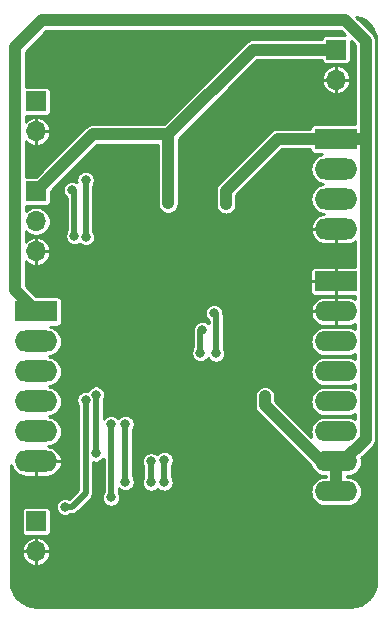
<source format=gbr>
G04 #@! TF.GenerationSoftware,KiCad,Pcbnew,5.1.7-a382d34a8~88~ubuntu20.04.1*
G04 #@! TF.CreationDate,2021-04-17T07:34:17-07:00*
G04 #@! TF.ProjectId,esp8266-wiz550io,65737038-3236-4362-9d77-697a35353069,Feb2021*
G04 #@! TF.SameCoordinates,Original*
G04 #@! TF.FileFunction,Copper,L2,Bot*
G04 #@! TF.FilePolarity,Positive*
%FSLAX46Y46*%
G04 Gerber Fmt 4.6, Leading zero omitted, Abs format (unit mm)*
G04 Created by KiCad (PCBNEW 5.1.7-a382d34a8~88~ubuntu20.04.1) date 2021-04-17 07:34:17*
%MOMM*%
%LPD*%
G01*
G04 APERTURE LIST*
G04 #@! TA.AperFunction,ComponentPad*
%ADD10O,1.700000X1.700000*%
G04 #@! TD*
G04 #@! TA.AperFunction,ComponentPad*
%ADD11R,1.700000X1.700000*%
G04 #@! TD*
G04 #@! TA.AperFunction,ComponentPad*
%ADD12O,3.600000X1.800000*%
G04 #@! TD*
G04 #@! TA.AperFunction,ComponentPad*
%ADD13R,3.600000X1.800000*%
G04 #@! TD*
G04 #@! TA.AperFunction,ComponentPad*
%ADD14O,3.600000X1.700000*%
G04 #@! TD*
G04 #@! TA.AperFunction,ComponentPad*
%ADD15R,3.600000X1.700000*%
G04 #@! TD*
G04 #@! TA.AperFunction,ViaPad*
%ADD16C,0.800000*%
G04 #@! TD*
G04 #@! TA.AperFunction,Conductor*
%ADD17C,1.000000*%
G04 #@! TD*
G04 #@! TA.AperFunction,Conductor*
%ADD18C,0.500000*%
G04 #@! TD*
G04 #@! TA.AperFunction,Conductor*
%ADD19C,0.254000*%
G04 #@! TD*
G04 #@! TA.AperFunction,Conductor*
%ADD20C,0.100000*%
G04 #@! TD*
G04 APERTURE END LIST*
D10*
G04 #@! TO.P,J7,2*
G04 #@! TO.N,GND*
X76200000Y-31175000D03*
D11*
G04 #@! TO.P,J7,1*
G04 #@! TO.N,+5V*
X76200000Y-28635000D03*
G04 #@! TD*
D10*
G04 #@! TO.P,J6,3*
G04 #@! TO.N,GND*
X50800000Y-45720000D03*
G04 #@! TO.P,J6,2*
G04 #@! TO.N,/LED_DATA_5V*
X50800000Y-43180000D03*
D11*
G04 #@! TO.P,J6,1*
G04 #@! TO.N,+5V*
X50800000Y-40640000D03*
G04 #@! TD*
D10*
G04 #@! TO.P,J5,2*
G04 #@! TO.N,GND*
X50800000Y-71120000D03*
D11*
G04 #@! TO.P,J5,1*
G04 #@! TO.N,/GPIO0*
X50800000Y-68580000D03*
G04 #@! TD*
D12*
G04 #@! TO.P,J4,6*
G04 #@! TO.N,GND*
X50800000Y-63500000D03*
G04 #@! TO.P,J4,5*
G04 #@! TO.N,Net-(J4-Pad5)*
X50800000Y-60960000D03*
G04 #@! TO.P,J4,4*
G04 #@! TO.N,Net-(J4-Pad4)*
X50800000Y-58420000D03*
G04 #@! TO.P,J4,3*
G04 #@! TO.N,/WIZ_RESET*
X50800000Y-55880000D03*
G04 #@! TO.P,J4,2*
G04 #@! TO.N,Net-(J4-Pad2)*
X50800000Y-53340000D03*
D13*
G04 #@! TO.P,J4,1*
G04 #@! TO.N,+3V3*
X50800000Y-50800000D03*
G04 #@! TD*
D14*
G04 #@! TO.P,J3,8*
G04 #@! TO.N,+3V3*
X76200000Y-66040000D03*
G04 #@! TO.P,J3,7*
X76200000Y-63500000D03*
G04 #@! TO.P,J3,6*
G04 #@! TO.N,/MOSI*
X76200000Y-60960000D03*
G04 #@! TO.P,J3,5*
G04 #@! TO.N,/MISO*
X76200000Y-58420000D03*
G04 #@! TO.P,J3,4*
G04 #@! TO.N,/SCK*
X76200000Y-55880000D03*
G04 #@! TO.P,J3,3*
G04 #@! TO.N,/WIZ_CS*
X76200000Y-53340000D03*
G04 #@! TO.P,J3,2*
G04 #@! TO.N,GND*
X76200000Y-50800000D03*
D15*
G04 #@! TO.P,J3,1*
X76200000Y-48260000D03*
G04 #@! TD*
D12*
G04 #@! TO.P,J2,4*
G04 #@! TO.N,GND*
X76200000Y-43815000D03*
G04 #@! TO.P,J2,3*
G04 #@! TO.N,/RXD*
X76200000Y-41275000D03*
G04 #@! TO.P,J2,2*
G04 #@! TO.N,/TXD*
X76200000Y-38735000D03*
D13*
G04 #@! TO.P,J2,1*
G04 #@! TO.N,+3V3*
X76200000Y-36195000D03*
G04 #@! TD*
D10*
G04 #@! TO.P,J1,2*
G04 #@! TO.N,GND*
X50800000Y-35560000D03*
D11*
G04 #@! TO.P,J1,1*
G04 #@! TO.N,/GPIO5*
X50800000Y-33020000D03*
G04 #@! TD*
D16*
G04 #@! TO.N,GND*
X73660000Y-55880000D03*
X72390000Y-48260000D03*
X62230000Y-44450000D03*
X53848000Y-57150000D03*
G04 #@! TO.N,+3V3*
X66868000Y-41722000D03*
X70182500Y-57990500D03*
G04 #@! TO.N,+5V*
X61976000Y-41656000D03*
G04 #@! TO.N,/GPIO5*
X53242541Y-67339541D03*
X54038500Y-44386500D03*
X53848000Y-40513000D03*
X54985571Y-58295714D03*
G04 #@! TO.N,/RXD*
X60515500Y-65278000D03*
X60515500Y-63500000D03*
X64706500Y-54292500D03*
X64872490Y-52387500D03*
G04 #@! TO.N,/TXD*
X61658500Y-65278000D03*
X61658500Y-63373000D03*
X66040000Y-54356000D03*
X65849500Y-50927000D03*
G04 #@! TO.N,/GPIO0*
X58356500Y-60325000D03*
X58356500Y-65214500D03*
G04 #@! TO.N,/GPIO4*
X57150000Y-60325000D03*
X57150000Y-66548000D03*
G04 #@! TO.N,/GPIO2*
X54991000Y-39687500D03*
X55029740Y-44518665D03*
X55880000Y-57848500D03*
X55880000Y-62810002D03*
G04 #@! TD*
D17*
G04 #@! TO.N,+3V3*
X76802045Y-63500000D02*
X76200000Y-63500000D01*
X78700010Y-61602035D02*
X76802045Y-63500000D01*
X78700010Y-38072255D02*
X78700010Y-61602035D01*
X76200000Y-36195000D02*
X76822755Y-36195000D01*
X76200000Y-63500000D02*
X76200000Y-66040000D01*
X76200000Y-36195000D02*
X71247000Y-36195000D01*
X66868000Y-40574000D02*
X66868000Y-41722000D01*
X71247000Y-36195000D02*
X66868000Y-40574000D01*
X76200000Y-63500000D02*
X74930000Y-63500000D01*
X70182500Y-58752500D02*
X70182500Y-57990500D01*
X74930000Y-63500000D02*
X70182500Y-58752500D01*
X50800000Y-50800000D02*
X49022000Y-49022000D01*
X49022000Y-49022000D02*
X49022000Y-28448000D01*
X49022000Y-28448000D02*
X51308000Y-26162000D01*
X51308000Y-26162000D02*
X76962000Y-26162000D01*
X76962000Y-26162000D02*
X78700010Y-27900010D01*
X78613000Y-36195000D02*
X78700010Y-36107990D01*
X78700010Y-36107990D02*
X78700010Y-38072255D01*
X76200000Y-36195000D02*
X78613000Y-36195000D01*
X78700010Y-27900010D02*
X78700010Y-36107990D01*
G04 #@! TO.N,+5V*
X76200000Y-28635000D02*
X69155000Y-28635000D01*
X61976000Y-35814000D02*
X61976000Y-41656000D01*
X69155000Y-28635000D02*
X61976000Y-35814000D01*
X55626000Y-35814000D02*
X50800000Y-40640000D01*
X61976000Y-35814000D02*
X55626000Y-35814000D01*
D18*
G04 #@! TO.N,/GPIO5*
X54038500Y-40703500D02*
X53848000Y-40513000D01*
X54038500Y-44386500D02*
X54038500Y-40703500D01*
X54985571Y-66172429D02*
X54985571Y-58295714D01*
X53242541Y-67339541D02*
X53818459Y-67339541D01*
X53818459Y-67339541D02*
X54985571Y-66172429D01*
G04 #@! TO.N,/RXD*
X60515500Y-65278000D02*
X60515500Y-63500000D01*
X64706500Y-52553490D02*
X64872490Y-52387500D01*
X64706500Y-54292500D02*
X64706500Y-52553490D01*
G04 #@! TO.N,/TXD*
X61658500Y-65278000D02*
X61658500Y-63373000D01*
X66040000Y-51117500D02*
X65849500Y-50927000D01*
X66040000Y-54356000D02*
X66040000Y-51117500D01*
G04 #@! TO.N,/GPIO0*
X58356500Y-60325000D02*
X58356500Y-65214500D01*
G04 #@! TO.N,/GPIO4*
X57150000Y-60325000D02*
X57150000Y-66548000D01*
G04 #@! TO.N,/GPIO2*
X54991000Y-44479925D02*
X55029740Y-44518665D01*
X54991000Y-39687500D02*
X54991000Y-44479925D01*
X55880000Y-62810002D02*
X55880000Y-57848500D01*
G04 #@! TD*
D19*
G04 #@! TO.N,GND*
X78282462Y-25968819D02*
X78649864Y-26164170D01*
X78972317Y-26427157D01*
X79237553Y-26747773D01*
X79435460Y-27113795D01*
X79558506Y-27511291D01*
X79604000Y-27944137D01*
X79604001Y-73640136D01*
X79561449Y-74074115D01*
X79441181Y-74472464D01*
X79245831Y-74839862D01*
X78982845Y-75162315D01*
X78662226Y-75427554D01*
X78296204Y-75625461D01*
X77898708Y-75748506D01*
X77465863Y-75794000D01*
X50819854Y-75794000D01*
X50385885Y-75751449D01*
X49987536Y-75631181D01*
X49620138Y-75435831D01*
X49297685Y-75172845D01*
X49032446Y-74852226D01*
X48834539Y-74486204D01*
X48711494Y-74088708D01*
X48666000Y-73655863D01*
X48666000Y-71313065D01*
X49584234Y-71313065D01*
X49602896Y-71406885D01*
X49681866Y-71634916D01*
X49803806Y-71843159D01*
X49964029Y-72023611D01*
X50156378Y-72169338D01*
X50373461Y-72274740D01*
X50606935Y-72335766D01*
X50799500Y-72255750D01*
X50799500Y-71120500D01*
X50800500Y-71120500D01*
X50800500Y-72255750D01*
X50993065Y-72335766D01*
X51226539Y-72274740D01*
X51443622Y-72169338D01*
X51635971Y-72023611D01*
X51796194Y-71843159D01*
X51918134Y-71634916D01*
X51997104Y-71406885D01*
X52015766Y-71313065D01*
X51935750Y-71120500D01*
X50800500Y-71120500D01*
X50799500Y-71120500D01*
X49664250Y-71120500D01*
X49584234Y-71313065D01*
X48666000Y-71313065D01*
X48666000Y-70926935D01*
X49584234Y-70926935D01*
X49664250Y-71119500D01*
X50799500Y-71119500D01*
X50799500Y-69984250D01*
X50800500Y-69984250D01*
X50800500Y-71119500D01*
X51935750Y-71119500D01*
X52015766Y-70926935D01*
X51997104Y-70833115D01*
X51918134Y-70605084D01*
X51796194Y-70396841D01*
X51635971Y-70216389D01*
X51443622Y-70070662D01*
X51226539Y-69965260D01*
X50993065Y-69904234D01*
X50800500Y-69984250D01*
X50799500Y-69984250D01*
X50606935Y-69904234D01*
X50373461Y-69965260D01*
X50156378Y-70070662D01*
X49964029Y-70216389D01*
X49803806Y-70396841D01*
X49681866Y-70605084D01*
X49602896Y-70833115D01*
X49584234Y-70926935D01*
X48666000Y-70926935D01*
X48666000Y-67730000D01*
X49567157Y-67730000D01*
X49567157Y-69430000D01*
X49574513Y-69504689D01*
X49596299Y-69576508D01*
X49631678Y-69642696D01*
X49679289Y-69700711D01*
X49737304Y-69748322D01*
X49803492Y-69783701D01*
X49875311Y-69805487D01*
X49950000Y-69812843D01*
X51650000Y-69812843D01*
X51724689Y-69805487D01*
X51796508Y-69783701D01*
X51862696Y-69748322D01*
X51920711Y-69700711D01*
X51968322Y-69642696D01*
X52003701Y-69576508D01*
X52025487Y-69504689D01*
X52032843Y-69430000D01*
X52032843Y-67730000D01*
X52025487Y-67655311D01*
X52003701Y-67583492D01*
X51968322Y-67517304D01*
X51920711Y-67459289D01*
X51862696Y-67411678D01*
X51796508Y-67376299D01*
X51724689Y-67354513D01*
X51650000Y-67347157D01*
X49950000Y-67347157D01*
X49875311Y-67354513D01*
X49803492Y-67376299D01*
X49737304Y-67411678D01*
X49679289Y-67459289D01*
X49631678Y-67517304D01*
X49596299Y-67583492D01*
X49574513Y-67655311D01*
X49567157Y-67730000D01*
X48666000Y-67730000D01*
X48666000Y-67262619D01*
X52461541Y-67262619D01*
X52461541Y-67416463D01*
X52491554Y-67567350D01*
X52550428Y-67709483D01*
X52635899Y-67837400D01*
X52744682Y-67946183D01*
X52872599Y-68031654D01*
X53014732Y-68090528D01*
X53165619Y-68120541D01*
X53319463Y-68120541D01*
X53470350Y-68090528D01*
X53612483Y-68031654D01*
X53703946Y-67970541D01*
X53787469Y-67970541D01*
X53818459Y-67973593D01*
X53849449Y-67970541D01*
X53849457Y-67970541D01*
X53942157Y-67961411D01*
X54061101Y-67925330D01*
X54170720Y-67866737D01*
X54266802Y-67787884D01*
X54286564Y-67763804D01*
X55409840Y-66640529D01*
X55433914Y-66620772D01*
X55468198Y-66578998D01*
X55512767Y-66524690D01*
X55571360Y-66415071D01*
X55607441Y-66296127D01*
X55619624Y-66172429D01*
X55616571Y-66141431D01*
X55616571Y-63546235D01*
X55652191Y-63560989D01*
X55803078Y-63591002D01*
X55956922Y-63591002D01*
X56107809Y-63560989D01*
X56249942Y-63502115D01*
X56377859Y-63416644D01*
X56486642Y-63307861D01*
X56519000Y-63259433D01*
X56519001Y-66086594D01*
X56457887Y-66178058D01*
X56399013Y-66320191D01*
X56369000Y-66471078D01*
X56369000Y-66624922D01*
X56399013Y-66775809D01*
X56457887Y-66917942D01*
X56543358Y-67045859D01*
X56652141Y-67154642D01*
X56780058Y-67240113D01*
X56922191Y-67298987D01*
X57073078Y-67329000D01*
X57226922Y-67329000D01*
X57377809Y-67298987D01*
X57519942Y-67240113D01*
X57647859Y-67154642D01*
X57756642Y-67045859D01*
X57842113Y-66917942D01*
X57900987Y-66775809D01*
X57931000Y-66624922D01*
X57931000Y-66471078D01*
X57900987Y-66320191D01*
X57842113Y-66178058D01*
X57781000Y-66086595D01*
X57781000Y-65743501D01*
X57858641Y-65821142D01*
X57986558Y-65906613D01*
X58128691Y-65965487D01*
X58279578Y-65995500D01*
X58433422Y-65995500D01*
X58584309Y-65965487D01*
X58726442Y-65906613D01*
X58854359Y-65821142D01*
X58963142Y-65712359D01*
X59048613Y-65584442D01*
X59107487Y-65442309D01*
X59137500Y-65291422D01*
X59137500Y-65137578D01*
X59107487Y-64986691D01*
X59048613Y-64844558D01*
X58987500Y-64753095D01*
X58987500Y-63423078D01*
X59734500Y-63423078D01*
X59734500Y-63576922D01*
X59764513Y-63727809D01*
X59823387Y-63869942D01*
X59884501Y-63961406D01*
X59884500Y-64816595D01*
X59823387Y-64908058D01*
X59764513Y-65050191D01*
X59734500Y-65201078D01*
X59734500Y-65354922D01*
X59764513Y-65505809D01*
X59823387Y-65647942D01*
X59908858Y-65775859D01*
X60017641Y-65884642D01*
X60145558Y-65970113D01*
X60287691Y-66028987D01*
X60438578Y-66059000D01*
X60592422Y-66059000D01*
X60743309Y-66028987D01*
X60885442Y-65970113D01*
X61013359Y-65884642D01*
X61087000Y-65811001D01*
X61160641Y-65884642D01*
X61288558Y-65970113D01*
X61430691Y-66028987D01*
X61581578Y-66059000D01*
X61735422Y-66059000D01*
X61886309Y-66028987D01*
X62028442Y-65970113D01*
X62156359Y-65884642D01*
X62265142Y-65775859D01*
X62350613Y-65647942D01*
X62409487Y-65505809D01*
X62439500Y-65354922D01*
X62439500Y-65201078D01*
X62409487Y-65050191D01*
X62350613Y-64908058D01*
X62289500Y-64816595D01*
X62289500Y-63834405D01*
X62350613Y-63742942D01*
X62409487Y-63600809D01*
X62439500Y-63449922D01*
X62439500Y-63296078D01*
X62409487Y-63145191D01*
X62350613Y-63003058D01*
X62265142Y-62875141D01*
X62156359Y-62766358D01*
X62028442Y-62680887D01*
X61886309Y-62622013D01*
X61735422Y-62592000D01*
X61581578Y-62592000D01*
X61430691Y-62622013D01*
X61288558Y-62680887D01*
X61160641Y-62766358D01*
X61051858Y-62875141D01*
X61029141Y-62909140D01*
X61013359Y-62893358D01*
X60885442Y-62807887D01*
X60743309Y-62749013D01*
X60592422Y-62719000D01*
X60438578Y-62719000D01*
X60287691Y-62749013D01*
X60145558Y-62807887D01*
X60017641Y-62893358D01*
X59908858Y-63002141D01*
X59823387Y-63130058D01*
X59764513Y-63272191D01*
X59734500Y-63423078D01*
X58987500Y-63423078D01*
X58987500Y-60786405D01*
X59048613Y-60694942D01*
X59107487Y-60552809D01*
X59137500Y-60401922D01*
X59137500Y-60248078D01*
X59107487Y-60097191D01*
X59048613Y-59955058D01*
X58963142Y-59827141D01*
X58854359Y-59718358D01*
X58726442Y-59632887D01*
X58584309Y-59574013D01*
X58433422Y-59544000D01*
X58279578Y-59544000D01*
X58128691Y-59574013D01*
X57986558Y-59632887D01*
X57858641Y-59718358D01*
X57753250Y-59823749D01*
X57647859Y-59718358D01*
X57519942Y-59632887D01*
X57377809Y-59574013D01*
X57226922Y-59544000D01*
X57073078Y-59544000D01*
X56922191Y-59574013D01*
X56780058Y-59632887D01*
X56652141Y-59718358D01*
X56543358Y-59827141D01*
X56511000Y-59875568D01*
X56511000Y-58309905D01*
X56572113Y-58218442D01*
X56630987Y-58076309D01*
X56661000Y-57925422D01*
X56661000Y-57771578D01*
X56630987Y-57620691D01*
X56572113Y-57478558D01*
X56486642Y-57350641D01*
X56377859Y-57241858D01*
X56249942Y-57156387D01*
X56107809Y-57097513D01*
X55956922Y-57067500D01*
X55803078Y-57067500D01*
X55652191Y-57097513D01*
X55510058Y-57156387D01*
X55382141Y-57241858D01*
X55273358Y-57350641D01*
X55187887Y-57478558D01*
X55164506Y-57535005D01*
X55062493Y-57514714D01*
X54908649Y-57514714D01*
X54757762Y-57544727D01*
X54615629Y-57603601D01*
X54487712Y-57689072D01*
X54378929Y-57797855D01*
X54293458Y-57925772D01*
X54234584Y-58067905D01*
X54204571Y-58218792D01*
X54204571Y-58372636D01*
X54234584Y-58523523D01*
X54293458Y-58665656D01*
X54354572Y-58757120D01*
X54354571Y-65911060D01*
X53615912Y-66649719D01*
X53612483Y-66647428D01*
X53470350Y-66588554D01*
X53319463Y-66558541D01*
X53165619Y-66558541D01*
X53014732Y-66588554D01*
X52872599Y-66647428D01*
X52744682Y-66732899D01*
X52635899Y-66841682D01*
X52550428Y-66969599D01*
X52491554Y-67111732D01*
X52461541Y-67262619D01*
X48666000Y-67262619D01*
X48666000Y-63823644D01*
X48716319Y-63989756D01*
X48834610Y-64211270D01*
X48993843Y-64405450D01*
X49187899Y-64564835D01*
X49409321Y-64683298D01*
X49649599Y-64756288D01*
X49899500Y-64781000D01*
X50799500Y-64781000D01*
X50799500Y-63500500D01*
X50800500Y-63500500D01*
X50800500Y-64781000D01*
X51700500Y-64781000D01*
X51950401Y-64756288D01*
X52190679Y-64683298D01*
X52412101Y-64564835D01*
X52606157Y-64405450D01*
X52765390Y-64211270D01*
X52883681Y-63989756D01*
X52956484Y-63749421D01*
X52965151Y-63700886D01*
X52885750Y-63500500D01*
X50800500Y-63500500D01*
X50799500Y-63500500D01*
X50779500Y-63500500D01*
X50779500Y-63499500D01*
X50799500Y-63499500D01*
X50799500Y-63479500D01*
X50800500Y-63479500D01*
X50800500Y-63499500D01*
X52885750Y-63499500D01*
X52965151Y-63299114D01*
X52956484Y-63250579D01*
X52883681Y-63010244D01*
X52765390Y-62788730D01*
X52606157Y-62594550D01*
X52412101Y-62435165D01*
X52190679Y-62316702D01*
X51950401Y-62243712D01*
X51843114Y-62233103D01*
X51951120Y-62222465D01*
X52192589Y-62149216D01*
X52415129Y-62030266D01*
X52610186Y-61870186D01*
X52770266Y-61675129D01*
X52889216Y-61452589D01*
X52962465Y-61211120D01*
X52987198Y-60960000D01*
X52962465Y-60708880D01*
X52889216Y-60467411D01*
X52770266Y-60244871D01*
X52610186Y-60049814D01*
X52415129Y-59889734D01*
X52192589Y-59770784D01*
X51951120Y-59697535D01*
X51874615Y-59690000D01*
X51951120Y-59682465D01*
X52192589Y-59609216D01*
X52415129Y-59490266D01*
X52610186Y-59330186D01*
X52770266Y-59135129D01*
X52889216Y-58912589D01*
X52962465Y-58671120D01*
X52987198Y-58420000D01*
X52962465Y-58168880D01*
X52889216Y-57927411D01*
X52770266Y-57704871D01*
X52610186Y-57509814D01*
X52415129Y-57349734D01*
X52192589Y-57230784D01*
X51951120Y-57157535D01*
X51874615Y-57150000D01*
X51951120Y-57142465D01*
X52192589Y-57069216D01*
X52415129Y-56950266D01*
X52610186Y-56790186D01*
X52770266Y-56595129D01*
X52889216Y-56372589D01*
X52962465Y-56131120D01*
X52987198Y-55880000D01*
X52962465Y-55628880D01*
X52889216Y-55387411D01*
X52770266Y-55164871D01*
X52610186Y-54969814D01*
X52415129Y-54809734D01*
X52192589Y-54690784D01*
X51951120Y-54617535D01*
X51874615Y-54610000D01*
X51951120Y-54602465D01*
X52192589Y-54529216D01*
X52415129Y-54410266D01*
X52610186Y-54250186D01*
X52638588Y-54215578D01*
X63925500Y-54215578D01*
X63925500Y-54369422D01*
X63955513Y-54520309D01*
X64014387Y-54662442D01*
X64099858Y-54790359D01*
X64208641Y-54899142D01*
X64336558Y-54984613D01*
X64478691Y-55043487D01*
X64629578Y-55073500D01*
X64783422Y-55073500D01*
X64934309Y-55043487D01*
X65076442Y-54984613D01*
X65204359Y-54899142D01*
X65313142Y-54790359D01*
X65352035Y-54732151D01*
X65433358Y-54853859D01*
X65542141Y-54962642D01*
X65670058Y-55048113D01*
X65812191Y-55106987D01*
X65963078Y-55137000D01*
X66116922Y-55137000D01*
X66267809Y-55106987D01*
X66409942Y-55048113D01*
X66537859Y-54962642D01*
X66646642Y-54853859D01*
X66732113Y-54725942D01*
X66790987Y-54583809D01*
X66821000Y-54432922D01*
X66821000Y-54279078D01*
X66790987Y-54128191D01*
X66732113Y-53986058D01*
X66671000Y-53894595D01*
X66671000Y-51148490D01*
X66674052Y-51117500D01*
X66671000Y-51086509D01*
X66671000Y-51086502D01*
X66661870Y-50993802D01*
X66661647Y-50993065D01*
X74034234Y-50993065D01*
X74042556Y-51039665D01*
X74112513Y-51270621D01*
X74226183Y-51483491D01*
X74379198Y-51670095D01*
X74565677Y-51823261D01*
X74778454Y-51937104D01*
X75009353Y-52007249D01*
X75249500Y-52031000D01*
X76199500Y-52031000D01*
X76199500Y-50800500D01*
X74114250Y-50800500D01*
X74034234Y-50993065D01*
X66661647Y-50993065D01*
X66630500Y-50890388D01*
X66630500Y-50850078D01*
X66600487Y-50699191D01*
X66562273Y-50606935D01*
X74034234Y-50606935D01*
X74114250Y-50799500D01*
X76199500Y-50799500D01*
X76199500Y-49569000D01*
X75249500Y-49569000D01*
X75009353Y-49592751D01*
X74778454Y-49662896D01*
X74565677Y-49776739D01*
X74379198Y-49929905D01*
X74226183Y-50116509D01*
X74112513Y-50329379D01*
X74042556Y-50560335D01*
X74034234Y-50606935D01*
X66562273Y-50606935D01*
X66541613Y-50557058D01*
X66456142Y-50429141D01*
X66347359Y-50320358D01*
X66219442Y-50234887D01*
X66077309Y-50176013D01*
X65926422Y-50146000D01*
X65772578Y-50146000D01*
X65621691Y-50176013D01*
X65479558Y-50234887D01*
X65351641Y-50320358D01*
X65242858Y-50429141D01*
X65157387Y-50557058D01*
X65098513Y-50699191D01*
X65068500Y-50850078D01*
X65068500Y-51003922D01*
X65098513Y-51154809D01*
X65157387Y-51296942D01*
X65242858Y-51424859D01*
X65351641Y-51533642D01*
X65409001Y-51571968D01*
X65409001Y-51819510D01*
X65370349Y-51780858D01*
X65242432Y-51695387D01*
X65100299Y-51636513D01*
X64949412Y-51606500D01*
X64795568Y-51606500D01*
X64644681Y-51636513D01*
X64502548Y-51695387D01*
X64374631Y-51780858D01*
X64265848Y-51889641D01*
X64180377Y-52017558D01*
X64121503Y-52159691D01*
X64091490Y-52310578D01*
X64091490Y-52407178D01*
X64084630Y-52429793D01*
X64072448Y-52553490D01*
X64075501Y-52584490D01*
X64075500Y-53831095D01*
X64014387Y-53922558D01*
X63955513Y-54064691D01*
X63925500Y-54215578D01*
X52638588Y-54215578D01*
X52770266Y-54055129D01*
X52889216Y-53832589D01*
X52962465Y-53591120D01*
X52987198Y-53340000D01*
X52962465Y-53088880D01*
X52889216Y-52847411D01*
X52770266Y-52624871D01*
X52610186Y-52429814D01*
X52415129Y-52269734D01*
X52192589Y-52150784D01*
X51968618Y-52082843D01*
X52600000Y-52082843D01*
X52674689Y-52075487D01*
X52746508Y-52053701D01*
X52812696Y-52018322D01*
X52870711Y-51970711D01*
X52918322Y-51912696D01*
X52953701Y-51846508D01*
X52975487Y-51774689D01*
X52982843Y-51700000D01*
X52982843Y-49900000D01*
X52975487Y-49825311D01*
X52953701Y-49753492D01*
X52918322Y-49687304D01*
X52870711Y-49629289D01*
X52812696Y-49581678D01*
X52746508Y-49546299D01*
X52674689Y-49524513D01*
X52600000Y-49517157D01*
X50763079Y-49517157D01*
X50355922Y-49110000D01*
X74017157Y-49110000D01*
X74024513Y-49184689D01*
X74046299Y-49256508D01*
X74081678Y-49322696D01*
X74129289Y-49380711D01*
X74187304Y-49428322D01*
X74253492Y-49463701D01*
X74325311Y-49485487D01*
X74400000Y-49492843D01*
X76104250Y-49491000D01*
X76199500Y-49395750D01*
X76199500Y-48260500D01*
X74114250Y-48260500D01*
X74019000Y-48355750D01*
X74017157Y-49110000D01*
X50355922Y-49110000D01*
X49903000Y-48657079D01*
X49903000Y-47410000D01*
X74017157Y-47410000D01*
X74019000Y-48164250D01*
X74114250Y-48259500D01*
X76199500Y-48259500D01*
X76199500Y-47124250D01*
X76104250Y-47029000D01*
X74400000Y-47027157D01*
X74325311Y-47034513D01*
X74253492Y-47056299D01*
X74187304Y-47091678D01*
X74129289Y-47139289D01*
X74081678Y-47197304D01*
X74046299Y-47263492D01*
X74024513Y-47335311D01*
X74017157Y-47410000D01*
X49903000Y-47410000D01*
X49903000Y-46554877D01*
X49964029Y-46623611D01*
X50156378Y-46769338D01*
X50373461Y-46874740D01*
X50606935Y-46935766D01*
X50799500Y-46855750D01*
X50799500Y-45720500D01*
X50800500Y-45720500D01*
X50800500Y-46855750D01*
X50993065Y-46935766D01*
X51226539Y-46874740D01*
X51443622Y-46769338D01*
X51635971Y-46623611D01*
X51796194Y-46443159D01*
X51918134Y-46234916D01*
X51997104Y-46006885D01*
X52015766Y-45913065D01*
X51935750Y-45720500D01*
X50800500Y-45720500D01*
X50799500Y-45720500D01*
X50779500Y-45720500D01*
X50779500Y-45719500D01*
X50799500Y-45719500D01*
X50799500Y-44584250D01*
X50800500Y-44584250D01*
X50800500Y-45719500D01*
X51935750Y-45719500D01*
X52015766Y-45526935D01*
X51997104Y-45433115D01*
X51918134Y-45205084D01*
X51796194Y-44996841D01*
X51635971Y-44816389D01*
X51443622Y-44670662D01*
X51226539Y-44565260D01*
X50993065Y-44504234D01*
X50800500Y-44584250D01*
X50799500Y-44584250D01*
X50606935Y-44504234D01*
X50373461Y-44565260D01*
X50156378Y-44670662D01*
X49964029Y-44816389D01*
X49903000Y-44885123D01*
X49903000Y-44023897D01*
X50015283Y-44136180D01*
X50216903Y-44270898D01*
X50440931Y-44363693D01*
X50678757Y-44411000D01*
X50921243Y-44411000D01*
X51159069Y-44363693D01*
X51383097Y-44270898D01*
X51584717Y-44136180D01*
X51756180Y-43964717D01*
X51890898Y-43763097D01*
X51983693Y-43539069D01*
X52031000Y-43301243D01*
X52031000Y-43058757D01*
X51983693Y-42820931D01*
X51890898Y-42596903D01*
X51756180Y-42395283D01*
X51584717Y-42223820D01*
X51383097Y-42089102D01*
X51159069Y-41996307D01*
X50921243Y-41949000D01*
X50678757Y-41949000D01*
X50440931Y-41996307D01*
X50216903Y-42089102D01*
X50015283Y-42223820D01*
X49903000Y-42336103D01*
X49903000Y-41868214D01*
X49950000Y-41872843D01*
X51650000Y-41872843D01*
X51724689Y-41865487D01*
X51796508Y-41843701D01*
X51862696Y-41808322D01*
X51920711Y-41760711D01*
X51968322Y-41702696D01*
X52003701Y-41636508D01*
X52025487Y-41564689D01*
X52032843Y-41490000D01*
X52032843Y-40653078D01*
X52249843Y-40436078D01*
X53067000Y-40436078D01*
X53067000Y-40589922D01*
X53097013Y-40740809D01*
X53155887Y-40882942D01*
X53241358Y-41010859D01*
X53350141Y-41119642D01*
X53407501Y-41157968D01*
X53407500Y-43925095D01*
X53346387Y-44016558D01*
X53287513Y-44158691D01*
X53257500Y-44309578D01*
X53257500Y-44463422D01*
X53287513Y-44614309D01*
X53346387Y-44756442D01*
X53431858Y-44884359D01*
X53540641Y-44993142D01*
X53668558Y-45078613D01*
X53810691Y-45137487D01*
X53961578Y-45167500D01*
X54115422Y-45167500D01*
X54266309Y-45137487D01*
X54408442Y-45078613D01*
X54454447Y-45047873D01*
X54531881Y-45125307D01*
X54659798Y-45210778D01*
X54801931Y-45269652D01*
X54952818Y-45299665D01*
X55106662Y-45299665D01*
X55257549Y-45269652D01*
X55399682Y-45210778D01*
X55527599Y-45125307D01*
X55636382Y-45016524D01*
X55721853Y-44888607D01*
X55780727Y-44746474D01*
X55810740Y-44595587D01*
X55810740Y-44441743D01*
X55780727Y-44290856D01*
X55721853Y-44148723D01*
X55636382Y-44020806D01*
X55631462Y-44015886D01*
X74034849Y-44015886D01*
X74043516Y-44064421D01*
X74116319Y-44304756D01*
X74234610Y-44526270D01*
X74393843Y-44720450D01*
X74587899Y-44879835D01*
X74809321Y-44998298D01*
X75049599Y-45071288D01*
X75299500Y-45096000D01*
X76199500Y-45096000D01*
X76199500Y-43815500D01*
X74114250Y-43815500D01*
X74034849Y-44015886D01*
X55631462Y-44015886D01*
X55622000Y-44006424D01*
X55622000Y-40148905D01*
X55683113Y-40057442D01*
X55741987Y-39915309D01*
X55772000Y-39764422D01*
X55772000Y-39610578D01*
X55741987Y-39459691D01*
X55683113Y-39317558D01*
X55597642Y-39189641D01*
X55488859Y-39080858D01*
X55360942Y-38995387D01*
X55218809Y-38936513D01*
X55067922Y-38906500D01*
X54914078Y-38906500D01*
X54763191Y-38936513D01*
X54621058Y-38995387D01*
X54493141Y-39080858D01*
X54384358Y-39189641D01*
X54298887Y-39317558D01*
X54240013Y-39459691D01*
X54210000Y-39610578D01*
X54210000Y-39764422D01*
X54221736Y-39823422D01*
X54217942Y-39820887D01*
X54075809Y-39762013D01*
X53924922Y-39732000D01*
X53771078Y-39732000D01*
X53620191Y-39762013D01*
X53478058Y-39820887D01*
X53350141Y-39906358D01*
X53241358Y-40015141D01*
X53155887Y-40143058D01*
X53097013Y-40285191D01*
X53067000Y-40436078D01*
X52249843Y-40436078D01*
X55990922Y-36695000D01*
X61095000Y-36695000D01*
X61095001Y-41699273D01*
X61107749Y-41828706D01*
X61158126Y-41994775D01*
X61239933Y-42147825D01*
X61350026Y-42281975D01*
X61484176Y-42392068D01*
X61637226Y-42473875D01*
X61803295Y-42524252D01*
X61976000Y-42541262D01*
X62148706Y-42524252D01*
X62314775Y-42473875D01*
X62467825Y-42392068D01*
X62601975Y-42281975D01*
X62712068Y-42147825D01*
X62793875Y-41994775D01*
X62844252Y-41828706D01*
X62857000Y-41699273D01*
X62857000Y-36178921D01*
X67667856Y-31368065D01*
X74984234Y-31368065D01*
X75002896Y-31461885D01*
X75081866Y-31689916D01*
X75203806Y-31898159D01*
X75364029Y-32078611D01*
X75556378Y-32224338D01*
X75773461Y-32329740D01*
X76006935Y-32390766D01*
X76199500Y-32310750D01*
X76199500Y-31175500D01*
X76200500Y-31175500D01*
X76200500Y-32310750D01*
X76393065Y-32390766D01*
X76626539Y-32329740D01*
X76843622Y-32224338D01*
X77035971Y-32078611D01*
X77196194Y-31898159D01*
X77318134Y-31689916D01*
X77397104Y-31461885D01*
X77415766Y-31368065D01*
X77335750Y-31175500D01*
X76200500Y-31175500D01*
X76199500Y-31175500D01*
X75064250Y-31175500D01*
X74984234Y-31368065D01*
X67667856Y-31368065D01*
X68053986Y-30981935D01*
X74984234Y-30981935D01*
X75064250Y-31174500D01*
X76199500Y-31174500D01*
X76199500Y-30039250D01*
X76200500Y-30039250D01*
X76200500Y-31174500D01*
X77335750Y-31174500D01*
X77415766Y-30981935D01*
X77397104Y-30888115D01*
X77318134Y-30660084D01*
X77196194Y-30451841D01*
X77035971Y-30271389D01*
X76843622Y-30125662D01*
X76626539Y-30020260D01*
X76393065Y-29959234D01*
X76200500Y-30039250D01*
X76199500Y-30039250D01*
X76006935Y-29959234D01*
X75773461Y-30020260D01*
X75556378Y-30125662D01*
X75364029Y-30271389D01*
X75203806Y-30451841D01*
X75081866Y-30660084D01*
X75002896Y-30888115D01*
X74984234Y-30981935D01*
X68053986Y-30981935D01*
X69519922Y-29516000D01*
X74970210Y-29516000D01*
X74974513Y-29559689D01*
X74996299Y-29631508D01*
X75031678Y-29697696D01*
X75079289Y-29755711D01*
X75137304Y-29803322D01*
X75203492Y-29838701D01*
X75275311Y-29860487D01*
X75350000Y-29867843D01*
X77050000Y-29867843D01*
X77124689Y-29860487D01*
X77196508Y-29838701D01*
X77262696Y-29803322D01*
X77320711Y-29755711D01*
X77368322Y-29697696D01*
X77403701Y-29631508D01*
X77425487Y-29559689D01*
X77432843Y-29485000D01*
X77432843Y-27878765D01*
X77819010Y-28264932D01*
X77819011Y-34912157D01*
X74400000Y-34912157D01*
X74325311Y-34919513D01*
X74253492Y-34941299D01*
X74187304Y-34976678D01*
X74129289Y-35024289D01*
X74081678Y-35082304D01*
X74046299Y-35148492D01*
X74024513Y-35220311D01*
X74017157Y-35295000D01*
X74017157Y-35314000D01*
X71290269Y-35314000D01*
X71246999Y-35309738D01*
X71203729Y-35314000D01*
X71203727Y-35314000D01*
X71074294Y-35326748D01*
X70908225Y-35377125D01*
X70808486Y-35430437D01*
X70755174Y-35458932D01*
X70687022Y-35514863D01*
X70621025Y-35569025D01*
X70593440Y-35602638D01*
X66275645Y-39920434D01*
X66242025Y-39948025D01*
X66169021Y-40036983D01*
X66131932Y-40082175D01*
X66081619Y-40176304D01*
X66050125Y-40235226D01*
X65999748Y-40401295D01*
X65993248Y-40467295D01*
X65982738Y-40574000D01*
X65987000Y-40617271D01*
X65987001Y-41765273D01*
X65999749Y-41894706D01*
X66050126Y-42060775D01*
X66131933Y-42213825D01*
X66242026Y-42347975D01*
X66376176Y-42458068D01*
X66529226Y-42539875D01*
X66695295Y-42590252D01*
X66868000Y-42607262D01*
X67040706Y-42590252D01*
X67206775Y-42539875D01*
X67359825Y-42458068D01*
X67493975Y-42347975D01*
X67604068Y-42213825D01*
X67685875Y-42060775D01*
X67736252Y-41894706D01*
X67749000Y-41765273D01*
X67749000Y-40938921D01*
X71611922Y-37076000D01*
X74017157Y-37076000D01*
X74017157Y-37095000D01*
X74024513Y-37169689D01*
X74046299Y-37241508D01*
X74081678Y-37307696D01*
X74129289Y-37365711D01*
X74187304Y-37413322D01*
X74253492Y-37448701D01*
X74325311Y-37470487D01*
X74400000Y-37477843D01*
X75031382Y-37477843D01*
X74807411Y-37545784D01*
X74584871Y-37664734D01*
X74389814Y-37824814D01*
X74229734Y-38019871D01*
X74110784Y-38242411D01*
X74037535Y-38483880D01*
X74012802Y-38735000D01*
X74037535Y-38986120D01*
X74110784Y-39227589D01*
X74229734Y-39450129D01*
X74389814Y-39645186D01*
X74584871Y-39805266D01*
X74807411Y-39924216D01*
X75048880Y-39997465D01*
X75125385Y-40005000D01*
X75048880Y-40012535D01*
X74807411Y-40085784D01*
X74584871Y-40204734D01*
X74389814Y-40364814D01*
X74229734Y-40559871D01*
X74110784Y-40782411D01*
X74037535Y-41023880D01*
X74012802Y-41275000D01*
X74037535Y-41526120D01*
X74110784Y-41767589D01*
X74229734Y-41990129D01*
X74389814Y-42185186D01*
X74584871Y-42345266D01*
X74807411Y-42464216D01*
X75048880Y-42537465D01*
X75156886Y-42548103D01*
X75049599Y-42558712D01*
X74809321Y-42631702D01*
X74587899Y-42750165D01*
X74393843Y-42909550D01*
X74234610Y-43103730D01*
X74116319Y-43325244D01*
X74043516Y-43565579D01*
X74034849Y-43614114D01*
X74114250Y-43814500D01*
X76199500Y-43814500D01*
X76199500Y-43794500D01*
X76200500Y-43794500D01*
X76200500Y-43814500D01*
X76220500Y-43814500D01*
X76220500Y-43815500D01*
X76200500Y-43815500D01*
X76200500Y-45096000D01*
X77100500Y-45096000D01*
X77350401Y-45071288D01*
X77590679Y-44998298D01*
X77812101Y-44879835D01*
X77819010Y-44874160D01*
X77819010Y-47027353D01*
X76295750Y-47029000D01*
X76200500Y-47124250D01*
X76200500Y-48259500D01*
X76220500Y-48259500D01*
X76220500Y-48260500D01*
X76200500Y-48260500D01*
X76200500Y-49395750D01*
X76295750Y-49491000D01*
X77819010Y-49492647D01*
X77819010Y-49768546D01*
X77621546Y-49662896D01*
X77390647Y-49592751D01*
X77150500Y-49569000D01*
X76200500Y-49569000D01*
X76200500Y-50799500D01*
X76220500Y-50799500D01*
X76220500Y-50800500D01*
X76200500Y-50800500D01*
X76200500Y-52031000D01*
X77150500Y-52031000D01*
X77390647Y-52007249D01*
X77621546Y-51937104D01*
X77819011Y-51831454D01*
X77819011Y-52301778D01*
X77623363Y-52197202D01*
X77391318Y-52126812D01*
X77210472Y-52109000D01*
X75189528Y-52109000D01*
X75008682Y-52126812D01*
X74776637Y-52197202D01*
X74562784Y-52311509D01*
X74375340Y-52465340D01*
X74221509Y-52652784D01*
X74107202Y-52866637D01*
X74036812Y-53098682D01*
X74013044Y-53340000D01*
X74036812Y-53581318D01*
X74107202Y-53813363D01*
X74221509Y-54027216D01*
X74375340Y-54214660D01*
X74562784Y-54368491D01*
X74776637Y-54482798D01*
X75008682Y-54553188D01*
X75189528Y-54571000D01*
X77210472Y-54571000D01*
X77391318Y-54553188D01*
X77623363Y-54482798D01*
X77819011Y-54378222D01*
X77819011Y-54841778D01*
X77623363Y-54737202D01*
X77391318Y-54666812D01*
X77210472Y-54649000D01*
X75189528Y-54649000D01*
X75008682Y-54666812D01*
X74776637Y-54737202D01*
X74562784Y-54851509D01*
X74375340Y-55005340D01*
X74221509Y-55192784D01*
X74107202Y-55406637D01*
X74036812Y-55638682D01*
X74013044Y-55880000D01*
X74036812Y-56121318D01*
X74107202Y-56353363D01*
X74221509Y-56567216D01*
X74375340Y-56754660D01*
X74562784Y-56908491D01*
X74776637Y-57022798D01*
X75008682Y-57093188D01*
X75189528Y-57111000D01*
X77210472Y-57111000D01*
X77391318Y-57093188D01*
X77623363Y-57022798D01*
X77819011Y-56918222D01*
X77819011Y-57381778D01*
X77623363Y-57277202D01*
X77391318Y-57206812D01*
X77210472Y-57189000D01*
X75189528Y-57189000D01*
X75008682Y-57206812D01*
X74776637Y-57277202D01*
X74562784Y-57391509D01*
X74375340Y-57545340D01*
X74221509Y-57732784D01*
X74107202Y-57946637D01*
X74036812Y-58178682D01*
X74013044Y-58420000D01*
X74036812Y-58661318D01*
X74107202Y-58893363D01*
X74221509Y-59107216D01*
X74375340Y-59294660D01*
X74562784Y-59448491D01*
X74776637Y-59562798D01*
X75008682Y-59633188D01*
X75189528Y-59651000D01*
X77210472Y-59651000D01*
X77391318Y-59633188D01*
X77623363Y-59562798D01*
X77819011Y-59458222D01*
X77819011Y-59921778D01*
X77623363Y-59817202D01*
X77391318Y-59746812D01*
X77210472Y-59729000D01*
X75189528Y-59729000D01*
X75008682Y-59746812D01*
X74776637Y-59817202D01*
X74562784Y-59931509D01*
X74375340Y-60085340D01*
X74221509Y-60272784D01*
X74107202Y-60486637D01*
X74036812Y-60718682D01*
X74013044Y-60960000D01*
X74036812Y-61201318D01*
X74106295Y-61430373D01*
X71063500Y-58387579D01*
X71063500Y-57947227D01*
X71050752Y-57817794D01*
X71000375Y-57651725D01*
X70918568Y-57498675D01*
X70808475Y-57364525D01*
X70674325Y-57254432D01*
X70521275Y-57172625D01*
X70355206Y-57122248D01*
X70182500Y-57105238D01*
X70009795Y-57122248D01*
X69843726Y-57172625D01*
X69690676Y-57254432D01*
X69556526Y-57364525D01*
X69446433Y-57498675D01*
X69364626Y-57651725D01*
X69314248Y-57817794D01*
X69301500Y-57947227D01*
X69301500Y-58709230D01*
X69297238Y-58752500D01*
X69301500Y-58795770D01*
X69301500Y-58795772D01*
X69314248Y-58925205D01*
X69351104Y-59046701D01*
X69364625Y-59091274D01*
X69446432Y-59244325D01*
X69483521Y-59289517D01*
X69556525Y-59378475D01*
X69590145Y-59406066D01*
X74085326Y-63901248D01*
X74107202Y-63973363D01*
X74221509Y-64187216D01*
X74375340Y-64374660D01*
X74562784Y-64528491D01*
X74776637Y-64642798D01*
X75008682Y-64713188D01*
X75189528Y-64731000D01*
X75319000Y-64731000D01*
X75319001Y-64809000D01*
X75189528Y-64809000D01*
X75008682Y-64826812D01*
X74776637Y-64897202D01*
X74562784Y-65011509D01*
X74375340Y-65165340D01*
X74221509Y-65352784D01*
X74107202Y-65566637D01*
X74036812Y-65798682D01*
X74013044Y-66040000D01*
X74036812Y-66281318D01*
X74107202Y-66513363D01*
X74221509Y-66727216D01*
X74375340Y-66914660D01*
X74562784Y-67068491D01*
X74776637Y-67182798D01*
X75008682Y-67253188D01*
X75189528Y-67271000D01*
X77210472Y-67271000D01*
X77391318Y-67253188D01*
X77623363Y-67182798D01*
X77837216Y-67068491D01*
X78024660Y-66914660D01*
X78178491Y-66727216D01*
X78292798Y-66513363D01*
X78363188Y-66281318D01*
X78386956Y-66040000D01*
X78363188Y-65798682D01*
X78292798Y-65566637D01*
X78178491Y-65352784D01*
X78024660Y-65165340D01*
X77837216Y-65011509D01*
X77623363Y-64897202D01*
X77391318Y-64826812D01*
X77210472Y-64809000D01*
X77081000Y-64809000D01*
X77081000Y-64731000D01*
X77210472Y-64731000D01*
X77391318Y-64713188D01*
X77623363Y-64642798D01*
X77837216Y-64528491D01*
X78024660Y-64374660D01*
X78178491Y-64187216D01*
X78292798Y-63973363D01*
X78363188Y-63741318D01*
X78386956Y-63500000D01*
X78363188Y-63258682D01*
X78345987Y-63201979D01*
X79292371Y-62255596D01*
X79325985Y-62228010D01*
X79390649Y-62149216D01*
X79436078Y-62093861D01*
X79517885Y-61940810D01*
X79568262Y-61774741D01*
X79581010Y-61645308D01*
X79581010Y-61645305D01*
X79585272Y-61602035D01*
X79581010Y-61558765D01*
X79581010Y-36151260D01*
X79585272Y-36107990D01*
X79581010Y-36064717D01*
X79581010Y-27943279D01*
X79585272Y-27900009D01*
X79578980Y-27836126D01*
X79568262Y-27727304D01*
X79517885Y-27561235D01*
X79436079Y-27408186D01*
X79436078Y-27408184D01*
X79366894Y-27323883D01*
X79325985Y-27274035D01*
X79292372Y-27246450D01*
X77898952Y-25853031D01*
X78282462Y-25968819D01*
G04 #@! TA.AperFunction,Conductor*
D20*
G36*
X78282462Y-25968819D02*
G01*
X78649864Y-26164170D01*
X78972317Y-26427157D01*
X79237553Y-26747773D01*
X79435460Y-27113795D01*
X79558506Y-27511291D01*
X79604000Y-27944137D01*
X79604001Y-73640136D01*
X79561449Y-74074115D01*
X79441181Y-74472464D01*
X79245831Y-74839862D01*
X78982845Y-75162315D01*
X78662226Y-75427554D01*
X78296204Y-75625461D01*
X77898708Y-75748506D01*
X77465863Y-75794000D01*
X50819854Y-75794000D01*
X50385885Y-75751449D01*
X49987536Y-75631181D01*
X49620138Y-75435831D01*
X49297685Y-75172845D01*
X49032446Y-74852226D01*
X48834539Y-74486204D01*
X48711494Y-74088708D01*
X48666000Y-73655863D01*
X48666000Y-71313065D01*
X49584234Y-71313065D01*
X49602896Y-71406885D01*
X49681866Y-71634916D01*
X49803806Y-71843159D01*
X49964029Y-72023611D01*
X50156378Y-72169338D01*
X50373461Y-72274740D01*
X50606935Y-72335766D01*
X50799500Y-72255750D01*
X50799500Y-71120500D01*
X50800500Y-71120500D01*
X50800500Y-72255750D01*
X50993065Y-72335766D01*
X51226539Y-72274740D01*
X51443622Y-72169338D01*
X51635971Y-72023611D01*
X51796194Y-71843159D01*
X51918134Y-71634916D01*
X51997104Y-71406885D01*
X52015766Y-71313065D01*
X51935750Y-71120500D01*
X50800500Y-71120500D01*
X50799500Y-71120500D01*
X49664250Y-71120500D01*
X49584234Y-71313065D01*
X48666000Y-71313065D01*
X48666000Y-70926935D01*
X49584234Y-70926935D01*
X49664250Y-71119500D01*
X50799500Y-71119500D01*
X50799500Y-69984250D01*
X50800500Y-69984250D01*
X50800500Y-71119500D01*
X51935750Y-71119500D01*
X52015766Y-70926935D01*
X51997104Y-70833115D01*
X51918134Y-70605084D01*
X51796194Y-70396841D01*
X51635971Y-70216389D01*
X51443622Y-70070662D01*
X51226539Y-69965260D01*
X50993065Y-69904234D01*
X50800500Y-69984250D01*
X50799500Y-69984250D01*
X50606935Y-69904234D01*
X50373461Y-69965260D01*
X50156378Y-70070662D01*
X49964029Y-70216389D01*
X49803806Y-70396841D01*
X49681866Y-70605084D01*
X49602896Y-70833115D01*
X49584234Y-70926935D01*
X48666000Y-70926935D01*
X48666000Y-67730000D01*
X49567157Y-67730000D01*
X49567157Y-69430000D01*
X49574513Y-69504689D01*
X49596299Y-69576508D01*
X49631678Y-69642696D01*
X49679289Y-69700711D01*
X49737304Y-69748322D01*
X49803492Y-69783701D01*
X49875311Y-69805487D01*
X49950000Y-69812843D01*
X51650000Y-69812843D01*
X51724689Y-69805487D01*
X51796508Y-69783701D01*
X51862696Y-69748322D01*
X51920711Y-69700711D01*
X51968322Y-69642696D01*
X52003701Y-69576508D01*
X52025487Y-69504689D01*
X52032843Y-69430000D01*
X52032843Y-67730000D01*
X52025487Y-67655311D01*
X52003701Y-67583492D01*
X51968322Y-67517304D01*
X51920711Y-67459289D01*
X51862696Y-67411678D01*
X51796508Y-67376299D01*
X51724689Y-67354513D01*
X51650000Y-67347157D01*
X49950000Y-67347157D01*
X49875311Y-67354513D01*
X49803492Y-67376299D01*
X49737304Y-67411678D01*
X49679289Y-67459289D01*
X49631678Y-67517304D01*
X49596299Y-67583492D01*
X49574513Y-67655311D01*
X49567157Y-67730000D01*
X48666000Y-67730000D01*
X48666000Y-67262619D01*
X52461541Y-67262619D01*
X52461541Y-67416463D01*
X52491554Y-67567350D01*
X52550428Y-67709483D01*
X52635899Y-67837400D01*
X52744682Y-67946183D01*
X52872599Y-68031654D01*
X53014732Y-68090528D01*
X53165619Y-68120541D01*
X53319463Y-68120541D01*
X53470350Y-68090528D01*
X53612483Y-68031654D01*
X53703946Y-67970541D01*
X53787469Y-67970541D01*
X53818459Y-67973593D01*
X53849449Y-67970541D01*
X53849457Y-67970541D01*
X53942157Y-67961411D01*
X54061101Y-67925330D01*
X54170720Y-67866737D01*
X54266802Y-67787884D01*
X54286564Y-67763804D01*
X55409840Y-66640529D01*
X55433914Y-66620772D01*
X55468198Y-66578998D01*
X55512767Y-66524690D01*
X55571360Y-66415071D01*
X55607441Y-66296127D01*
X55619624Y-66172429D01*
X55616571Y-66141431D01*
X55616571Y-63546235D01*
X55652191Y-63560989D01*
X55803078Y-63591002D01*
X55956922Y-63591002D01*
X56107809Y-63560989D01*
X56249942Y-63502115D01*
X56377859Y-63416644D01*
X56486642Y-63307861D01*
X56519000Y-63259433D01*
X56519001Y-66086594D01*
X56457887Y-66178058D01*
X56399013Y-66320191D01*
X56369000Y-66471078D01*
X56369000Y-66624922D01*
X56399013Y-66775809D01*
X56457887Y-66917942D01*
X56543358Y-67045859D01*
X56652141Y-67154642D01*
X56780058Y-67240113D01*
X56922191Y-67298987D01*
X57073078Y-67329000D01*
X57226922Y-67329000D01*
X57377809Y-67298987D01*
X57519942Y-67240113D01*
X57647859Y-67154642D01*
X57756642Y-67045859D01*
X57842113Y-66917942D01*
X57900987Y-66775809D01*
X57931000Y-66624922D01*
X57931000Y-66471078D01*
X57900987Y-66320191D01*
X57842113Y-66178058D01*
X57781000Y-66086595D01*
X57781000Y-65743501D01*
X57858641Y-65821142D01*
X57986558Y-65906613D01*
X58128691Y-65965487D01*
X58279578Y-65995500D01*
X58433422Y-65995500D01*
X58584309Y-65965487D01*
X58726442Y-65906613D01*
X58854359Y-65821142D01*
X58963142Y-65712359D01*
X59048613Y-65584442D01*
X59107487Y-65442309D01*
X59137500Y-65291422D01*
X59137500Y-65137578D01*
X59107487Y-64986691D01*
X59048613Y-64844558D01*
X58987500Y-64753095D01*
X58987500Y-63423078D01*
X59734500Y-63423078D01*
X59734500Y-63576922D01*
X59764513Y-63727809D01*
X59823387Y-63869942D01*
X59884501Y-63961406D01*
X59884500Y-64816595D01*
X59823387Y-64908058D01*
X59764513Y-65050191D01*
X59734500Y-65201078D01*
X59734500Y-65354922D01*
X59764513Y-65505809D01*
X59823387Y-65647942D01*
X59908858Y-65775859D01*
X60017641Y-65884642D01*
X60145558Y-65970113D01*
X60287691Y-66028987D01*
X60438578Y-66059000D01*
X60592422Y-66059000D01*
X60743309Y-66028987D01*
X60885442Y-65970113D01*
X61013359Y-65884642D01*
X61087000Y-65811001D01*
X61160641Y-65884642D01*
X61288558Y-65970113D01*
X61430691Y-66028987D01*
X61581578Y-66059000D01*
X61735422Y-66059000D01*
X61886309Y-66028987D01*
X62028442Y-65970113D01*
X62156359Y-65884642D01*
X62265142Y-65775859D01*
X62350613Y-65647942D01*
X62409487Y-65505809D01*
X62439500Y-65354922D01*
X62439500Y-65201078D01*
X62409487Y-65050191D01*
X62350613Y-64908058D01*
X62289500Y-64816595D01*
X62289500Y-63834405D01*
X62350613Y-63742942D01*
X62409487Y-63600809D01*
X62439500Y-63449922D01*
X62439500Y-63296078D01*
X62409487Y-63145191D01*
X62350613Y-63003058D01*
X62265142Y-62875141D01*
X62156359Y-62766358D01*
X62028442Y-62680887D01*
X61886309Y-62622013D01*
X61735422Y-62592000D01*
X61581578Y-62592000D01*
X61430691Y-62622013D01*
X61288558Y-62680887D01*
X61160641Y-62766358D01*
X61051858Y-62875141D01*
X61029141Y-62909140D01*
X61013359Y-62893358D01*
X60885442Y-62807887D01*
X60743309Y-62749013D01*
X60592422Y-62719000D01*
X60438578Y-62719000D01*
X60287691Y-62749013D01*
X60145558Y-62807887D01*
X60017641Y-62893358D01*
X59908858Y-63002141D01*
X59823387Y-63130058D01*
X59764513Y-63272191D01*
X59734500Y-63423078D01*
X58987500Y-63423078D01*
X58987500Y-60786405D01*
X59048613Y-60694942D01*
X59107487Y-60552809D01*
X59137500Y-60401922D01*
X59137500Y-60248078D01*
X59107487Y-60097191D01*
X59048613Y-59955058D01*
X58963142Y-59827141D01*
X58854359Y-59718358D01*
X58726442Y-59632887D01*
X58584309Y-59574013D01*
X58433422Y-59544000D01*
X58279578Y-59544000D01*
X58128691Y-59574013D01*
X57986558Y-59632887D01*
X57858641Y-59718358D01*
X57753250Y-59823749D01*
X57647859Y-59718358D01*
X57519942Y-59632887D01*
X57377809Y-59574013D01*
X57226922Y-59544000D01*
X57073078Y-59544000D01*
X56922191Y-59574013D01*
X56780058Y-59632887D01*
X56652141Y-59718358D01*
X56543358Y-59827141D01*
X56511000Y-59875568D01*
X56511000Y-58309905D01*
X56572113Y-58218442D01*
X56630987Y-58076309D01*
X56661000Y-57925422D01*
X56661000Y-57771578D01*
X56630987Y-57620691D01*
X56572113Y-57478558D01*
X56486642Y-57350641D01*
X56377859Y-57241858D01*
X56249942Y-57156387D01*
X56107809Y-57097513D01*
X55956922Y-57067500D01*
X55803078Y-57067500D01*
X55652191Y-57097513D01*
X55510058Y-57156387D01*
X55382141Y-57241858D01*
X55273358Y-57350641D01*
X55187887Y-57478558D01*
X55164506Y-57535005D01*
X55062493Y-57514714D01*
X54908649Y-57514714D01*
X54757762Y-57544727D01*
X54615629Y-57603601D01*
X54487712Y-57689072D01*
X54378929Y-57797855D01*
X54293458Y-57925772D01*
X54234584Y-58067905D01*
X54204571Y-58218792D01*
X54204571Y-58372636D01*
X54234584Y-58523523D01*
X54293458Y-58665656D01*
X54354572Y-58757120D01*
X54354571Y-65911060D01*
X53615912Y-66649719D01*
X53612483Y-66647428D01*
X53470350Y-66588554D01*
X53319463Y-66558541D01*
X53165619Y-66558541D01*
X53014732Y-66588554D01*
X52872599Y-66647428D01*
X52744682Y-66732899D01*
X52635899Y-66841682D01*
X52550428Y-66969599D01*
X52491554Y-67111732D01*
X52461541Y-67262619D01*
X48666000Y-67262619D01*
X48666000Y-63823644D01*
X48716319Y-63989756D01*
X48834610Y-64211270D01*
X48993843Y-64405450D01*
X49187899Y-64564835D01*
X49409321Y-64683298D01*
X49649599Y-64756288D01*
X49899500Y-64781000D01*
X50799500Y-64781000D01*
X50799500Y-63500500D01*
X50800500Y-63500500D01*
X50800500Y-64781000D01*
X51700500Y-64781000D01*
X51950401Y-64756288D01*
X52190679Y-64683298D01*
X52412101Y-64564835D01*
X52606157Y-64405450D01*
X52765390Y-64211270D01*
X52883681Y-63989756D01*
X52956484Y-63749421D01*
X52965151Y-63700886D01*
X52885750Y-63500500D01*
X50800500Y-63500500D01*
X50799500Y-63500500D01*
X50779500Y-63500500D01*
X50779500Y-63499500D01*
X50799500Y-63499500D01*
X50799500Y-63479500D01*
X50800500Y-63479500D01*
X50800500Y-63499500D01*
X52885750Y-63499500D01*
X52965151Y-63299114D01*
X52956484Y-63250579D01*
X52883681Y-63010244D01*
X52765390Y-62788730D01*
X52606157Y-62594550D01*
X52412101Y-62435165D01*
X52190679Y-62316702D01*
X51950401Y-62243712D01*
X51843114Y-62233103D01*
X51951120Y-62222465D01*
X52192589Y-62149216D01*
X52415129Y-62030266D01*
X52610186Y-61870186D01*
X52770266Y-61675129D01*
X52889216Y-61452589D01*
X52962465Y-61211120D01*
X52987198Y-60960000D01*
X52962465Y-60708880D01*
X52889216Y-60467411D01*
X52770266Y-60244871D01*
X52610186Y-60049814D01*
X52415129Y-59889734D01*
X52192589Y-59770784D01*
X51951120Y-59697535D01*
X51874615Y-59690000D01*
X51951120Y-59682465D01*
X52192589Y-59609216D01*
X52415129Y-59490266D01*
X52610186Y-59330186D01*
X52770266Y-59135129D01*
X52889216Y-58912589D01*
X52962465Y-58671120D01*
X52987198Y-58420000D01*
X52962465Y-58168880D01*
X52889216Y-57927411D01*
X52770266Y-57704871D01*
X52610186Y-57509814D01*
X52415129Y-57349734D01*
X52192589Y-57230784D01*
X51951120Y-57157535D01*
X51874615Y-57150000D01*
X51951120Y-57142465D01*
X52192589Y-57069216D01*
X52415129Y-56950266D01*
X52610186Y-56790186D01*
X52770266Y-56595129D01*
X52889216Y-56372589D01*
X52962465Y-56131120D01*
X52987198Y-55880000D01*
X52962465Y-55628880D01*
X52889216Y-55387411D01*
X52770266Y-55164871D01*
X52610186Y-54969814D01*
X52415129Y-54809734D01*
X52192589Y-54690784D01*
X51951120Y-54617535D01*
X51874615Y-54610000D01*
X51951120Y-54602465D01*
X52192589Y-54529216D01*
X52415129Y-54410266D01*
X52610186Y-54250186D01*
X52638588Y-54215578D01*
X63925500Y-54215578D01*
X63925500Y-54369422D01*
X63955513Y-54520309D01*
X64014387Y-54662442D01*
X64099858Y-54790359D01*
X64208641Y-54899142D01*
X64336558Y-54984613D01*
X64478691Y-55043487D01*
X64629578Y-55073500D01*
X64783422Y-55073500D01*
X64934309Y-55043487D01*
X65076442Y-54984613D01*
X65204359Y-54899142D01*
X65313142Y-54790359D01*
X65352035Y-54732151D01*
X65433358Y-54853859D01*
X65542141Y-54962642D01*
X65670058Y-55048113D01*
X65812191Y-55106987D01*
X65963078Y-55137000D01*
X66116922Y-55137000D01*
X66267809Y-55106987D01*
X66409942Y-55048113D01*
X66537859Y-54962642D01*
X66646642Y-54853859D01*
X66732113Y-54725942D01*
X66790987Y-54583809D01*
X66821000Y-54432922D01*
X66821000Y-54279078D01*
X66790987Y-54128191D01*
X66732113Y-53986058D01*
X66671000Y-53894595D01*
X66671000Y-51148490D01*
X66674052Y-51117500D01*
X66671000Y-51086509D01*
X66671000Y-51086502D01*
X66661870Y-50993802D01*
X66661647Y-50993065D01*
X74034234Y-50993065D01*
X74042556Y-51039665D01*
X74112513Y-51270621D01*
X74226183Y-51483491D01*
X74379198Y-51670095D01*
X74565677Y-51823261D01*
X74778454Y-51937104D01*
X75009353Y-52007249D01*
X75249500Y-52031000D01*
X76199500Y-52031000D01*
X76199500Y-50800500D01*
X74114250Y-50800500D01*
X74034234Y-50993065D01*
X66661647Y-50993065D01*
X66630500Y-50890388D01*
X66630500Y-50850078D01*
X66600487Y-50699191D01*
X66562273Y-50606935D01*
X74034234Y-50606935D01*
X74114250Y-50799500D01*
X76199500Y-50799500D01*
X76199500Y-49569000D01*
X75249500Y-49569000D01*
X75009353Y-49592751D01*
X74778454Y-49662896D01*
X74565677Y-49776739D01*
X74379198Y-49929905D01*
X74226183Y-50116509D01*
X74112513Y-50329379D01*
X74042556Y-50560335D01*
X74034234Y-50606935D01*
X66562273Y-50606935D01*
X66541613Y-50557058D01*
X66456142Y-50429141D01*
X66347359Y-50320358D01*
X66219442Y-50234887D01*
X66077309Y-50176013D01*
X65926422Y-50146000D01*
X65772578Y-50146000D01*
X65621691Y-50176013D01*
X65479558Y-50234887D01*
X65351641Y-50320358D01*
X65242858Y-50429141D01*
X65157387Y-50557058D01*
X65098513Y-50699191D01*
X65068500Y-50850078D01*
X65068500Y-51003922D01*
X65098513Y-51154809D01*
X65157387Y-51296942D01*
X65242858Y-51424859D01*
X65351641Y-51533642D01*
X65409001Y-51571968D01*
X65409001Y-51819510D01*
X65370349Y-51780858D01*
X65242432Y-51695387D01*
X65100299Y-51636513D01*
X64949412Y-51606500D01*
X64795568Y-51606500D01*
X64644681Y-51636513D01*
X64502548Y-51695387D01*
X64374631Y-51780858D01*
X64265848Y-51889641D01*
X64180377Y-52017558D01*
X64121503Y-52159691D01*
X64091490Y-52310578D01*
X64091490Y-52407178D01*
X64084630Y-52429793D01*
X64072448Y-52553490D01*
X64075501Y-52584490D01*
X64075500Y-53831095D01*
X64014387Y-53922558D01*
X63955513Y-54064691D01*
X63925500Y-54215578D01*
X52638588Y-54215578D01*
X52770266Y-54055129D01*
X52889216Y-53832589D01*
X52962465Y-53591120D01*
X52987198Y-53340000D01*
X52962465Y-53088880D01*
X52889216Y-52847411D01*
X52770266Y-52624871D01*
X52610186Y-52429814D01*
X52415129Y-52269734D01*
X52192589Y-52150784D01*
X51968618Y-52082843D01*
X52600000Y-52082843D01*
X52674689Y-52075487D01*
X52746508Y-52053701D01*
X52812696Y-52018322D01*
X52870711Y-51970711D01*
X52918322Y-51912696D01*
X52953701Y-51846508D01*
X52975487Y-51774689D01*
X52982843Y-51700000D01*
X52982843Y-49900000D01*
X52975487Y-49825311D01*
X52953701Y-49753492D01*
X52918322Y-49687304D01*
X52870711Y-49629289D01*
X52812696Y-49581678D01*
X52746508Y-49546299D01*
X52674689Y-49524513D01*
X52600000Y-49517157D01*
X50763079Y-49517157D01*
X50355922Y-49110000D01*
X74017157Y-49110000D01*
X74024513Y-49184689D01*
X74046299Y-49256508D01*
X74081678Y-49322696D01*
X74129289Y-49380711D01*
X74187304Y-49428322D01*
X74253492Y-49463701D01*
X74325311Y-49485487D01*
X74400000Y-49492843D01*
X76104250Y-49491000D01*
X76199500Y-49395750D01*
X76199500Y-48260500D01*
X74114250Y-48260500D01*
X74019000Y-48355750D01*
X74017157Y-49110000D01*
X50355922Y-49110000D01*
X49903000Y-48657079D01*
X49903000Y-47410000D01*
X74017157Y-47410000D01*
X74019000Y-48164250D01*
X74114250Y-48259500D01*
X76199500Y-48259500D01*
X76199500Y-47124250D01*
X76104250Y-47029000D01*
X74400000Y-47027157D01*
X74325311Y-47034513D01*
X74253492Y-47056299D01*
X74187304Y-47091678D01*
X74129289Y-47139289D01*
X74081678Y-47197304D01*
X74046299Y-47263492D01*
X74024513Y-47335311D01*
X74017157Y-47410000D01*
X49903000Y-47410000D01*
X49903000Y-46554877D01*
X49964029Y-46623611D01*
X50156378Y-46769338D01*
X50373461Y-46874740D01*
X50606935Y-46935766D01*
X50799500Y-46855750D01*
X50799500Y-45720500D01*
X50800500Y-45720500D01*
X50800500Y-46855750D01*
X50993065Y-46935766D01*
X51226539Y-46874740D01*
X51443622Y-46769338D01*
X51635971Y-46623611D01*
X51796194Y-46443159D01*
X51918134Y-46234916D01*
X51997104Y-46006885D01*
X52015766Y-45913065D01*
X51935750Y-45720500D01*
X50800500Y-45720500D01*
X50799500Y-45720500D01*
X50779500Y-45720500D01*
X50779500Y-45719500D01*
X50799500Y-45719500D01*
X50799500Y-44584250D01*
X50800500Y-44584250D01*
X50800500Y-45719500D01*
X51935750Y-45719500D01*
X52015766Y-45526935D01*
X51997104Y-45433115D01*
X51918134Y-45205084D01*
X51796194Y-44996841D01*
X51635971Y-44816389D01*
X51443622Y-44670662D01*
X51226539Y-44565260D01*
X50993065Y-44504234D01*
X50800500Y-44584250D01*
X50799500Y-44584250D01*
X50606935Y-44504234D01*
X50373461Y-44565260D01*
X50156378Y-44670662D01*
X49964029Y-44816389D01*
X49903000Y-44885123D01*
X49903000Y-44023897D01*
X50015283Y-44136180D01*
X50216903Y-44270898D01*
X50440931Y-44363693D01*
X50678757Y-44411000D01*
X50921243Y-44411000D01*
X51159069Y-44363693D01*
X51383097Y-44270898D01*
X51584717Y-44136180D01*
X51756180Y-43964717D01*
X51890898Y-43763097D01*
X51983693Y-43539069D01*
X52031000Y-43301243D01*
X52031000Y-43058757D01*
X51983693Y-42820931D01*
X51890898Y-42596903D01*
X51756180Y-42395283D01*
X51584717Y-42223820D01*
X51383097Y-42089102D01*
X51159069Y-41996307D01*
X50921243Y-41949000D01*
X50678757Y-41949000D01*
X50440931Y-41996307D01*
X50216903Y-42089102D01*
X50015283Y-42223820D01*
X49903000Y-42336103D01*
X49903000Y-41868214D01*
X49950000Y-41872843D01*
X51650000Y-41872843D01*
X51724689Y-41865487D01*
X51796508Y-41843701D01*
X51862696Y-41808322D01*
X51920711Y-41760711D01*
X51968322Y-41702696D01*
X52003701Y-41636508D01*
X52025487Y-41564689D01*
X52032843Y-41490000D01*
X52032843Y-40653078D01*
X52249843Y-40436078D01*
X53067000Y-40436078D01*
X53067000Y-40589922D01*
X53097013Y-40740809D01*
X53155887Y-40882942D01*
X53241358Y-41010859D01*
X53350141Y-41119642D01*
X53407501Y-41157968D01*
X53407500Y-43925095D01*
X53346387Y-44016558D01*
X53287513Y-44158691D01*
X53257500Y-44309578D01*
X53257500Y-44463422D01*
X53287513Y-44614309D01*
X53346387Y-44756442D01*
X53431858Y-44884359D01*
X53540641Y-44993142D01*
X53668558Y-45078613D01*
X53810691Y-45137487D01*
X53961578Y-45167500D01*
X54115422Y-45167500D01*
X54266309Y-45137487D01*
X54408442Y-45078613D01*
X54454447Y-45047873D01*
X54531881Y-45125307D01*
X54659798Y-45210778D01*
X54801931Y-45269652D01*
X54952818Y-45299665D01*
X55106662Y-45299665D01*
X55257549Y-45269652D01*
X55399682Y-45210778D01*
X55527599Y-45125307D01*
X55636382Y-45016524D01*
X55721853Y-44888607D01*
X55780727Y-44746474D01*
X55810740Y-44595587D01*
X55810740Y-44441743D01*
X55780727Y-44290856D01*
X55721853Y-44148723D01*
X55636382Y-44020806D01*
X55631462Y-44015886D01*
X74034849Y-44015886D01*
X74043516Y-44064421D01*
X74116319Y-44304756D01*
X74234610Y-44526270D01*
X74393843Y-44720450D01*
X74587899Y-44879835D01*
X74809321Y-44998298D01*
X75049599Y-45071288D01*
X75299500Y-45096000D01*
X76199500Y-45096000D01*
X76199500Y-43815500D01*
X74114250Y-43815500D01*
X74034849Y-44015886D01*
X55631462Y-44015886D01*
X55622000Y-44006424D01*
X55622000Y-40148905D01*
X55683113Y-40057442D01*
X55741987Y-39915309D01*
X55772000Y-39764422D01*
X55772000Y-39610578D01*
X55741987Y-39459691D01*
X55683113Y-39317558D01*
X55597642Y-39189641D01*
X55488859Y-39080858D01*
X55360942Y-38995387D01*
X55218809Y-38936513D01*
X55067922Y-38906500D01*
X54914078Y-38906500D01*
X54763191Y-38936513D01*
X54621058Y-38995387D01*
X54493141Y-39080858D01*
X54384358Y-39189641D01*
X54298887Y-39317558D01*
X54240013Y-39459691D01*
X54210000Y-39610578D01*
X54210000Y-39764422D01*
X54221736Y-39823422D01*
X54217942Y-39820887D01*
X54075809Y-39762013D01*
X53924922Y-39732000D01*
X53771078Y-39732000D01*
X53620191Y-39762013D01*
X53478058Y-39820887D01*
X53350141Y-39906358D01*
X53241358Y-40015141D01*
X53155887Y-40143058D01*
X53097013Y-40285191D01*
X53067000Y-40436078D01*
X52249843Y-40436078D01*
X55990922Y-36695000D01*
X61095000Y-36695000D01*
X61095001Y-41699273D01*
X61107749Y-41828706D01*
X61158126Y-41994775D01*
X61239933Y-42147825D01*
X61350026Y-42281975D01*
X61484176Y-42392068D01*
X61637226Y-42473875D01*
X61803295Y-42524252D01*
X61976000Y-42541262D01*
X62148706Y-42524252D01*
X62314775Y-42473875D01*
X62467825Y-42392068D01*
X62601975Y-42281975D01*
X62712068Y-42147825D01*
X62793875Y-41994775D01*
X62844252Y-41828706D01*
X62857000Y-41699273D01*
X62857000Y-36178921D01*
X67667856Y-31368065D01*
X74984234Y-31368065D01*
X75002896Y-31461885D01*
X75081866Y-31689916D01*
X75203806Y-31898159D01*
X75364029Y-32078611D01*
X75556378Y-32224338D01*
X75773461Y-32329740D01*
X76006935Y-32390766D01*
X76199500Y-32310750D01*
X76199500Y-31175500D01*
X76200500Y-31175500D01*
X76200500Y-32310750D01*
X76393065Y-32390766D01*
X76626539Y-32329740D01*
X76843622Y-32224338D01*
X77035971Y-32078611D01*
X77196194Y-31898159D01*
X77318134Y-31689916D01*
X77397104Y-31461885D01*
X77415766Y-31368065D01*
X77335750Y-31175500D01*
X76200500Y-31175500D01*
X76199500Y-31175500D01*
X75064250Y-31175500D01*
X74984234Y-31368065D01*
X67667856Y-31368065D01*
X68053986Y-30981935D01*
X74984234Y-30981935D01*
X75064250Y-31174500D01*
X76199500Y-31174500D01*
X76199500Y-30039250D01*
X76200500Y-30039250D01*
X76200500Y-31174500D01*
X77335750Y-31174500D01*
X77415766Y-30981935D01*
X77397104Y-30888115D01*
X77318134Y-30660084D01*
X77196194Y-30451841D01*
X77035971Y-30271389D01*
X76843622Y-30125662D01*
X76626539Y-30020260D01*
X76393065Y-29959234D01*
X76200500Y-30039250D01*
X76199500Y-30039250D01*
X76006935Y-29959234D01*
X75773461Y-30020260D01*
X75556378Y-30125662D01*
X75364029Y-30271389D01*
X75203806Y-30451841D01*
X75081866Y-30660084D01*
X75002896Y-30888115D01*
X74984234Y-30981935D01*
X68053986Y-30981935D01*
X69519922Y-29516000D01*
X74970210Y-29516000D01*
X74974513Y-29559689D01*
X74996299Y-29631508D01*
X75031678Y-29697696D01*
X75079289Y-29755711D01*
X75137304Y-29803322D01*
X75203492Y-29838701D01*
X75275311Y-29860487D01*
X75350000Y-29867843D01*
X77050000Y-29867843D01*
X77124689Y-29860487D01*
X77196508Y-29838701D01*
X77262696Y-29803322D01*
X77320711Y-29755711D01*
X77368322Y-29697696D01*
X77403701Y-29631508D01*
X77425487Y-29559689D01*
X77432843Y-29485000D01*
X77432843Y-27878765D01*
X77819010Y-28264932D01*
X77819011Y-34912157D01*
X74400000Y-34912157D01*
X74325311Y-34919513D01*
X74253492Y-34941299D01*
X74187304Y-34976678D01*
X74129289Y-35024289D01*
X74081678Y-35082304D01*
X74046299Y-35148492D01*
X74024513Y-35220311D01*
X74017157Y-35295000D01*
X74017157Y-35314000D01*
X71290269Y-35314000D01*
X71246999Y-35309738D01*
X71203729Y-35314000D01*
X71203727Y-35314000D01*
X71074294Y-35326748D01*
X70908225Y-35377125D01*
X70808486Y-35430437D01*
X70755174Y-35458932D01*
X70687022Y-35514863D01*
X70621025Y-35569025D01*
X70593440Y-35602638D01*
X66275645Y-39920434D01*
X66242025Y-39948025D01*
X66169021Y-40036983D01*
X66131932Y-40082175D01*
X66081619Y-40176304D01*
X66050125Y-40235226D01*
X65999748Y-40401295D01*
X65993248Y-40467295D01*
X65982738Y-40574000D01*
X65987000Y-40617271D01*
X65987001Y-41765273D01*
X65999749Y-41894706D01*
X66050126Y-42060775D01*
X66131933Y-42213825D01*
X66242026Y-42347975D01*
X66376176Y-42458068D01*
X66529226Y-42539875D01*
X66695295Y-42590252D01*
X66868000Y-42607262D01*
X67040706Y-42590252D01*
X67206775Y-42539875D01*
X67359825Y-42458068D01*
X67493975Y-42347975D01*
X67604068Y-42213825D01*
X67685875Y-42060775D01*
X67736252Y-41894706D01*
X67749000Y-41765273D01*
X67749000Y-40938921D01*
X71611922Y-37076000D01*
X74017157Y-37076000D01*
X74017157Y-37095000D01*
X74024513Y-37169689D01*
X74046299Y-37241508D01*
X74081678Y-37307696D01*
X74129289Y-37365711D01*
X74187304Y-37413322D01*
X74253492Y-37448701D01*
X74325311Y-37470487D01*
X74400000Y-37477843D01*
X75031382Y-37477843D01*
X74807411Y-37545784D01*
X74584871Y-37664734D01*
X74389814Y-37824814D01*
X74229734Y-38019871D01*
X74110784Y-38242411D01*
X74037535Y-38483880D01*
X74012802Y-38735000D01*
X74037535Y-38986120D01*
X74110784Y-39227589D01*
X74229734Y-39450129D01*
X74389814Y-39645186D01*
X74584871Y-39805266D01*
X74807411Y-39924216D01*
X75048880Y-39997465D01*
X75125385Y-40005000D01*
X75048880Y-40012535D01*
X74807411Y-40085784D01*
X74584871Y-40204734D01*
X74389814Y-40364814D01*
X74229734Y-40559871D01*
X74110784Y-40782411D01*
X74037535Y-41023880D01*
X74012802Y-41275000D01*
X74037535Y-41526120D01*
X74110784Y-41767589D01*
X74229734Y-41990129D01*
X74389814Y-42185186D01*
X74584871Y-42345266D01*
X74807411Y-42464216D01*
X75048880Y-42537465D01*
X75156886Y-42548103D01*
X75049599Y-42558712D01*
X74809321Y-42631702D01*
X74587899Y-42750165D01*
X74393843Y-42909550D01*
X74234610Y-43103730D01*
X74116319Y-43325244D01*
X74043516Y-43565579D01*
X74034849Y-43614114D01*
X74114250Y-43814500D01*
X76199500Y-43814500D01*
X76199500Y-43794500D01*
X76200500Y-43794500D01*
X76200500Y-43814500D01*
X76220500Y-43814500D01*
X76220500Y-43815500D01*
X76200500Y-43815500D01*
X76200500Y-45096000D01*
X77100500Y-45096000D01*
X77350401Y-45071288D01*
X77590679Y-44998298D01*
X77812101Y-44879835D01*
X77819010Y-44874160D01*
X77819010Y-47027353D01*
X76295750Y-47029000D01*
X76200500Y-47124250D01*
X76200500Y-48259500D01*
X76220500Y-48259500D01*
X76220500Y-48260500D01*
X76200500Y-48260500D01*
X76200500Y-49395750D01*
X76295750Y-49491000D01*
X77819010Y-49492647D01*
X77819010Y-49768546D01*
X77621546Y-49662896D01*
X77390647Y-49592751D01*
X77150500Y-49569000D01*
X76200500Y-49569000D01*
X76200500Y-50799500D01*
X76220500Y-50799500D01*
X76220500Y-50800500D01*
X76200500Y-50800500D01*
X76200500Y-52031000D01*
X77150500Y-52031000D01*
X77390647Y-52007249D01*
X77621546Y-51937104D01*
X77819011Y-51831454D01*
X77819011Y-52301778D01*
X77623363Y-52197202D01*
X77391318Y-52126812D01*
X77210472Y-52109000D01*
X75189528Y-52109000D01*
X75008682Y-52126812D01*
X74776637Y-52197202D01*
X74562784Y-52311509D01*
X74375340Y-52465340D01*
X74221509Y-52652784D01*
X74107202Y-52866637D01*
X74036812Y-53098682D01*
X74013044Y-53340000D01*
X74036812Y-53581318D01*
X74107202Y-53813363D01*
X74221509Y-54027216D01*
X74375340Y-54214660D01*
X74562784Y-54368491D01*
X74776637Y-54482798D01*
X75008682Y-54553188D01*
X75189528Y-54571000D01*
X77210472Y-54571000D01*
X77391318Y-54553188D01*
X77623363Y-54482798D01*
X77819011Y-54378222D01*
X77819011Y-54841778D01*
X77623363Y-54737202D01*
X77391318Y-54666812D01*
X77210472Y-54649000D01*
X75189528Y-54649000D01*
X75008682Y-54666812D01*
X74776637Y-54737202D01*
X74562784Y-54851509D01*
X74375340Y-55005340D01*
X74221509Y-55192784D01*
X74107202Y-55406637D01*
X74036812Y-55638682D01*
X74013044Y-55880000D01*
X74036812Y-56121318D01*
X74107202Y-56353363D01*
X74221509Y-56567216D01*
X74375340Y-56754660D01*
X74562784Y-56908491D01*
X74776637Y-57022798D01*
X75008682Y-57093188D01*
X75189528Y-57111000D01*
X77210472Y-57111000D01*
X77391318Y-57093188D01*
X77623363Y-57022798D01*
X77819011Y-56918222D01*
X77819011Y-57381778D01*
X77623363Y-57277202D01*
X77391318Y-57206812D01*
X77210472Y-57189000D01*
X75189528Y-57189000D01*
X75008682Y-57206812D01*
X74776637Y-57277202D01*
X74562784Y-57391509D01*
X74375340Y-57545340D01*
X74221509Y-57732784D01*
X74107202Y-57946637D01*
X74036812Y-58178682D01*
X74013044Y-58420000D01*
X74036812Y-58661318D01*
X74107202Y-58893363D01*
X74221509Y-59107216D01*
X74375340Y-59294660D01*
X74562784Y-59448491D01*
X74776637Y-59562798D01*
X75008682Y-59633188D01*
X75189528Y-59651000D01*
X77210472Y-59651000D01*
X77391318Y-59633188D01*
X77623363Y-59562798D01*
X77819011Y-59458222D01*
X77819011Y-59921778D01*
X77623363Y-59817202D01*
X77391318Y-59746812D01*
X77210472Y-59729000D01*
X75189528Y-59729000D01*
X75008682Y-59746812D01*
X74776637Y-59817202D01*
X74562784Y-59931509D01*
X74375340Y-60085340D01*
X74221509Y-60272784D01*
X74107202Y-60486637D01*
X74036812Y-60718682D01*
X74013044Y-60960000D01*
X74036812Y-61201318D01*
X74106295Y-61430373D01*
X71063500Y-58387579D01*
X71063500Y-57947227D01*
X71050752Y-57817794D01*
X71000375Y-57651725D01*
X70918568Y-57498675D01*
X70808475Y-57364525D01*
X70674325Y-57254432D01*
X70521275Y-57172625D01*
X70355206Y-57122248D01*
X70182500Y-57105238D01*
X70009795Y-57122248D01*
X69843726Y-57172625D01*
X69690676Y-57254432D01*
X69556526Y-57364525D01*
X69446433Y-57498675D01*
X69364626Y-57651725D01*
X69314248Y-57817794D01*
X69301500Y-57947227D01*
X69301500Y-58709230D01*
X69297238Y-58752500D01*
X69301500Y-58795770D01*
X69301500Y-58795772D01*
X69314248Y-58925205D01*
X69351104Y-59046701D01*
X69364625Y-59091274D01*
X69446432Y-59244325D01*
X69483521Y-59289517D01*
X69556525Y-59378475D01*
X69590145Y-59406066D01*
X74085326Y-63901248D01*
X74107202Y-63973363D01*
X74221509Y-64187216D01*
X74375340Y-64374660D01*
X74562784Y-64528491D01*
X74776637Y-64642798D01*
X75008682Y-64713188D01*
X75189528Y-64731000D01*
X75319000Y-64731000D01*
X75319001Y-64809000D01*
X75189528Y-64809000D01*
X75008682Y-64826812D01*
X74776637Y-64897202D01*
X74562784Y-65011509D01*
X74375340Y-65165340D01*
X74221509Y-65352784D01*
X74107202Y-65566637D01*
X74036812Y-65798682D01*
X74013044Y-66040000D01*
X74036812Y-66281318D01*
X74107202Y-66513363D01*
X74221509Y-66727216D01*
X74375340Y-66914660D01*
X74562784Y-67068491D01*
X74776637Y-67182798D01*
X75008682Y-67253188D01*
X75189528Y-67271000D01*
X77210472Y-67271000D01*
X77391318Y-67253188D01*
X77623363Y-67182798D01*
X77837216Y-67068491D01*
X78024660Y-66914660D01*
X78178491Y-66727216D01*
X78292798Y-66513363D01*
X78363188Y-66281318D01*
X78386956Y-66040000D01*
X78363188Y-65798682D01*
X78292798Y-65566637D01*
X78178491Y-65352784D01*
X78024660Y-65165340D01*
X77837216Y-65011509D01*
X77623363Y-64897202D01*
X77391318Y-64826812D01*
X77210472Y-64809000D01*
X77081000Y-64809000D01*
X77081000Y-64731000D01*
X77210472Y-64731000D01*
X77391318Y-64713188D01*
X77623363Y-64642798D01*
X77837216Y-64528491D01*
X78024660Y-64374660D01*
X78178491Y-64187216D01*
X78292798Y-63973363D01*
X78363188Y-63741318D01*
X78386956Y-63500000D01*
X78363188Y-63258682D01*
X78345987Y-63201979D01*
X79292371Y-62255596D01*
X79325985Y-62228010D01*
X79390649Y-62149216D01*
X79436078Y-62093861D01*
X79517885Y-61940810D01*
X79568262Y-61774741D01*
X79581010Y-61645308D01*
X79581010Y-61645305D01*
X79585272Y-61602035D01*
X79581010Y-61558765D01*
X79581010Y-36151260D01*
X79585272Y-36107990D01*
X79581010Y-36064717D01*
X79581010Y-27943279D01*
X79585272Y-27900009D01*
X79578980Y-27836126D01*
X79568262Y-27727304D01*
X79517885Y-27561235D01*
X79436079Y-27408186D01*
X79436078Y-27408184D01*
X79366894Y-27323883D01*
X79325985Y-27274035D01*
X79292372Y-27246450D01*
X77898952Y-25853031D01*
X78282462Y-25968819D01*
G37*
G04 #@! TD.AperFunction*
D19*
X76956236Y-27402157D02*
X75350000Y-27402157D01*
X75275311Y-27409513D01*
X75203492Y-27431299D01*
X75137304Y-27466678D01*
X75079289Y-27514289D01*
X75031678Y-27572304D01*
X74996299Y-27638492D01*
X74974513Y-27710311D01*
X74970210Y-27754000D01*
X69198269Y-27754000D01*
X69154999Y-27749738D01*
X69111729Y-27754000D01*
X69111727Y-27754000D01*
X68982294Y-27766748D01*
X68816225Y-27817125D01*
X68735245Y-27860410D01*
X68663174Y-27898932D01*
X68595022Y-27954863D01*
X68529025Y-28009025D01*
X68501439Y-28042639D01*
X61611079Y-34933000D01*
X55669270Y-34933000D01*
X55626000Y-34928738D01*
X55582730Y-34933000D01*
X55582727Y-34933000D01*
X55453294Y-34945748D01*
X55287225Y-34996125D01*
X55134174Y-35077932D01*
X55066022Y-35133863D01*
X55000025Y-35188025D01*
X54972440Y-35221638D01*
X50786922Y-39407157D01*
X49950000Y-39407157D01*
X49903000Y-39411786D01*
X49903000Y-36394877D01*
X49964029Y-36463611D01*
X50156378Y-36609338D01*
X50373461Y-36714740D01*
X50606935Y-36775766D01*
X50799500Y-36695750D01*
X50799500Y-35560500D01*
X50800500Y-35560500D01*
X50800500Y-36695750D01*
X50993065Y-36775766D01*
X51226539Y-36714740D01*
X51443622Y-36609338D01*
X51635971Y-36463611D01*
X51796194Y-36283159D01*
X51918134Y-36074916D01*
X51997104Y-35846885D01*
X52015766Y-35753065D01*
X51935750Y-35560500D01*
X50800500Y-35560500D01*
X50799500Y-35560500D01*
X50779500Y-35560500D01*
X50779500Y-35559500D01*
X50799500Y-35559500D01*
X50799500Y-34424250D01*
X50800500Y-34424250D01*
X50800500Y-35559500D01*
X51935750Y-35559500D01*
X52015766Y-35366935D01*
X51997104Y-35273115D01*
X51918134Y-35045084D01*
X51796194Y-34836841D01*
X51635971Y-34656389D01*
X51443622Y-34510662D01*
X51226539Y-34405260D01*
X50993065Y-34344234D01*
X50800500Y-34424250D01*
X50799500Y-34424250D01*
X50606935Y-34344234D01*
X50373461Y-34405260D01*
X50156378Y-34510662D01*
X49964029Y-34656389D01*
X49903000Y-34725123D01*
X49903000Y-34248214D01*
X49950000Y-34252843D01*
X51650000Y-34252843D01*
X51724689Y-34245487D01*
X51796508Y-34223701D01*
X51862696Y-34188322D01*
X51920711Y-34140711D01*
X51968322Y-34082696D01*
X52003701Y-34016508D01*
X52025487Y-33944689D01*
X52032843Y-33870000D01*
X52032843Y-32170000D01*
X52025487Y-32095311D01*
X52003701Y-32023492D01*
X51968322Y-31957304D01*
X51920711Y-31899289D01*
X51862696Y-31851678D01*
X51796508Y-31816299D01*
X51724689Y-31794513D01*
X51650000Y-31787157D01*
X49950000Y-31787157D01*
X49903000Y-31791786D01*
X49903000Y-28812921D01*
X51672922Y-27043000D01*
X76597079Y-27043000D01*
X76956236Y-27402157D01*
G04 #@! TA.AperFunction,Conductor*
D20*
G36*
X76956236Y-27402157D02*
G01*
X75350000Y-27402157D01*
X75275311Y-27409513D01*
X75203492Y-27431299D01*
X75137304Y-27466678D01*
X75079289Y-27514289D01*
X75031678Y-27572304D01*
X74996299Y-27638492D01*
X74974513Y-27710311D01*
X74970210Y-27754000D01*
X69198269Y-27754000D01*
X69154999Y-27749738D01*
X69111729Y-27754000D01*
X69111727Y-27754000D01*
X68982294Y-27766748D01*
X68816225Y-27817125D01*
X68735245Y-27860410D01*
X68663174Y-27898932D01*
X68595022Y-27954863D01*
X68529025Y-28009025D01*
X68501439Y-28042639D01*
X61611079Y-34933000D01*
X55669270Y-34933000D01*
X55626000Y-34928738D01*
X55582730Y-34933000D01*
X55582727Y-34933000D01*
X55453294Y-34945748D01*
X55287225Y-34996125D01*
X55134174Y-35077932D01*
X55066022Y-35133863D01*
X55000025Y-35188025D01*
X54972440Y-35221638D01*
X50786922Y-39407157D01*
X49950000Y-39407157D01*
X49903000Y-39411786D01*
X49903000Y-36394877D01*
X49964029Y-36463611D01*
X50156378Y-36609338D01*
X50373461Y-36714740D01*
X50606935Y-36775766D01*
X50799500Y-36695750D01*
X50799500Y-35560500D01*
X50800500Y-35560500D01*
X50800500Y-36695750D01*
X50993065Y-36775766D01*
X51226539Y-36714740D01*
X51443622Y-36609338D01*
X51635971Y-36463611D01*
X51796194Y-36283159D01*
X51918134Y-36074916D01*
X51997104Y-35846885D01*
X52015766Y-35753065D01*
X51935750Y-35560500D01*
X50800500Y-35560500D01*
X50799500Y-35560500D01*
X50779500Y-35560500D01*
X50779500Y-35559500D01*
X50799500Y-35559500D01*
X50799500Y-34424250D01*
X50800500Y-34424250D01*
X50800500Y-35559500D01*
X51935750Y-35559500D01*
X52015766Y-35366935D01*
X51997104Y-35273115D01*
X51918134Y-35045084D01*
X51796194Y-34836841D01*
X51635971Y-34656389D01*
X51443622Y-34510662D01*
X51226539Y-34405260D01*
X50993065Y-34344234D01*
X50800500Y-34424250D01*
X50799500Y-34424250D01*
X50606935Y-34344234D01*
X50373461Y-34405260D01*
X50156378Y-34510662D01*
X49964029Y-34656389D01*
X49903000Y-34725123D01*
X49903000Y-34248214D01*
X49950000Y-34252843D01*
X51650000Y-34252843D01*
X51724689Y-34245487D01*
X51796508Y-34223701D01*
X51862696Y-34188322D01*
X51920711Y-34140711D01*
X51968322Y-34082696D01*
X52003701Y-34016508D01*
X52025487Y-33944689D01*
X52032843Y-33870000D01*
X52032843Y-32170000D01*
X52025487Y-32095311D01*
X52003701Y-32023492D01*
X51968322Y-31957304D01*
X51920711Y-31899289D01*
X51862696Y-31851678D01*
X51796508Y-31816299D01*
X51724689Y-31794513D01*
X51650000Y-31787157D01*
X49950000Y-31787157D01*
X49903000Y-31791786D01*
X49903000Y-28812921D01*
X51672922Y-27043000D01*
X76597079Y-27043000D01*
X76956236Y-27402157D01*
G37*
G04 #@! TD.AperFunction*
G04 #@! TD*
M02*

</source>
